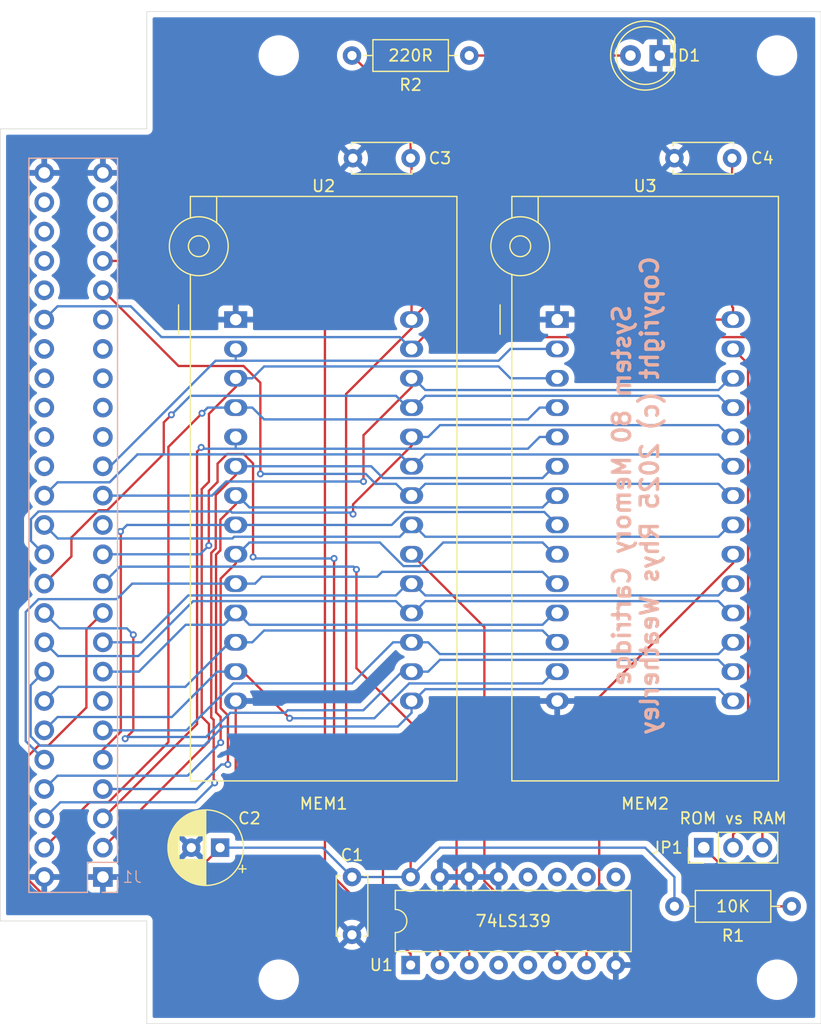
<source format=kicad_pcb>
(kicad_pcb (version 20240108) (generator "pcbnew") (generator_version "8.0")
  (layers (0 "F.Cu" signal) (31 "B.Cu" signal) (34 "B.Paste" user) (35 "F.Paste" user) (36 "B.SilkS" user "B.Silkscreen") (37 "F.SilkS" user "F.Silkscreen") (38 "B.Mask" user) (39 "F.Mask" user) (44 "Edge.Cuts" user))
  (net 0 "")
  (net 1 "GND")
  (net 2 "+5V")
  (net 3 "Net-(D1-A)")
  (net 4 "D4")
  (net 5 "A7")
  (net 6 "~{RD}")
  (net 7 "A1")
  (net 8 "A5")
  (net 9 "D2")
  (net 11 "D3")
  (net 12 "A10")
  (net 15 "D0")
  (net 16 "~{MREQ}")
  (net 18 "A3")
  (net 19 "A4")
  (net 21 "D5")
  (net 24 "A11")
  (net 25 "A13")
  (net 27 "A12")
  (net 28 "A2")
  (net 29 "A8")
  (net 31 "A15")
  (net 32 "A9")
  (net 33 "A14")
  (net 34 "D6")
  (net 39 "D1")
  (net 41 "A0")
  (net 42 "A6")
  (net 44 "D7")
  (net 46 "~{WR}")
  (net 50 "Net-(JP1-A)")
  (net 51 "Net-(JP1-C)")
  (net 54 "~{MEM2_CS}")
  (net 57 "~{MEM1_CS}")
  (footprint "LED_THT:LED_D5.0mm" (layer "F.Cu") (at 153.67 46.99 180)
    (property "Reference" "D1")
    (property "Value" "Power")
  )
  (footprint "MountingHole:MountingHole_3mm" (layer "F.Cu") (at 120.65 127)
    (property "Reference" "H4" (hide yes))
    (property "Value" "3mm" (hide yes))
  )
  (footprint "Capacitor_THT:C_Disc_D5.0mm_W2.5mm_P5.00mm" (layer "F.Cu") (at 127 118.11 -90)
    (property "Reference" "C1")
    (property "Value" "100nF")
  )
  (footprint "Socket:DIP_Socket-28_W11.9_W12.7_W15.24_W17.78_W18.5_3M_228-1277-00-0602J" (layer "F.Cu") (at 144.78 69.85)
    (property "Reference" "U3")
    (property "Value" "MEM2")
  )
  (footprint "MountingHole:MountingHole_3mm" (layer "F.Cu") (at 163.83 46.99)
    (property "Reference" "H2" (hide yes))
    (property "Value" "3mm" (hide yes))
  )
  (footprint "Package_DIP:DIP-16_W7.62mm" (layer "F.Cu") (at 132.08 125.73 90)
    (property "Reference" "U1")
    (property "Value" "74LS139")
  )
  (footprint "Resistor_THT:R_Axial_DIN0207_L6.3mm_D2.5mm_P10.16mm_Horizontal" (layer "F.Cu") (at 127 46.99)
    (property "Reference" "R2")
    (property "Value" "220R")
  )
  (footprint "Socket:DIP_Socket-28_W11.9_W12.7_W15.24_W17.78_W18.5_3M_228-1277-00-0602J" (layer "F.Cu") (at 116.92 69.85)
    (property "Reference" "U2")
    (property "Value" "MEM1")
  )
  (footprint "Connector_PinHeader_2.54mm:PinHeader_1x03_P2.54mm_Vertical" (layer "F.Cu") (at 157.48 115.57 90)
    (property "Reference" "JP1")
    (property "Value" "ROM vs RAM")
  )
  (footprint "Capacitor_THT:CP_Radial_D6.3mm_P2.50mm" (layer "F.Cu") (at 115.57 115.57 180)
    (property "Reference" "C2")
    (property "Value" "47uF")
  )
  (footprint "MountingHole:MountingHole_3mm" (layer "F.Cu") (at 120.65 46.99)
    (property "Reference" "H1" (hide yes))
    (property "Value" "3mm" (hide yes))
  )
  (footprint "Capacitor_THT:C_Disc_D5.0mm_W2.5mm_P5.00mm" (layer "F.Cu") (at 159.94 55.88 180)
    (property "Reference" "C4")
    (property "Value" "100nF")
  )
  (footprint "Capacitor_THT:C_Disc_D5.0mm_W2.5mm_P5.00mm" (layer "F.Cu") (at 132.08 55.88 180)
    (property "Reference" "C3")
    (property "Value" "100nF")
  )
  (footprint "Resistor_THT:R_Axial_DIN0207_L6.3mm_D2.5mm_P10.16mm_Horizontal" (layer "F.Cu") (at 165.1 120.65 180)
    (property "Reference" "R1")
    (property "Value" "10K")
  )
  (footprint "MountingHole:MountingHole_3mm" (layer "F.Cu") (at 163.83 127)
    (property "Reference" "H3" (hide yes))
    (property "Value" "3mm" (hide yes))
  )
  (footprint "EdgeConnectors:Edge_Connector_50pin" (layer "B.Cu") (at 100.33 120.65)
    (property "Reference" "J1")
    (property "Value" "Edge")
  )
  (gr_line (start 96.52 53.34) (end 96.52 121.92) (stroke (width 0.05)) (layer "Edge.Cuts"))
  (gr_line (start 109.22 53.34) (end 109.22 43.18) (stroke (width 0.05)) (layer "Edge.Cuts"))
  (gr_line (start 109.22 121.92) (end 109.22 130.81) (stroke (width 0.05)) (layer "Edge.Cuts"))
  (gr_line (start 109.22 43.18) (end 167.64 43.18) (stroke (width 0.05)) (layer "Edge.Cuts"))
  (gr_line (start 167.64 130.81) (end 167.64 43.18) (stroke (width 0.05)) (layer "Edge.Cuts"))
  (gr_line (start 109.22 53.34) (end 96.52 53.34) (stroke (width 0.05)) (layer "Edge.Cuts"))
  (gr_line (start 109.22 130.81) (end 167.64 130.81) (stroke (width 0.05)) (layer "Edge.Cuts"))
  (gr_line (start 96.52 121.92) (end 109.22 121.92) (stroke (width 0.05)) (layer "Edge.Cuts"))
  (gr_text "System 80 Memory Cartridge\nCopyright (c) 2025 Rhys Weatherley" (at 153.67 85.09 90) (layer "B.SilkS") (effects (font (size 1.5 1.5) (thickness 0.3) (bold yes)) (justify bottom mirror)))
  (segment (start 113.07 115.57) (end 116.92 111.72) (width 0.2) (layer "F.Cu") (net 1))
  (segment (start 116.92 111.72) (end 116.92 102.87) (width 0.2) (layer "F.Cu") (net 1))
  (segment (start 110.53 118.11) (end 110.49 118.11) (width 0.2) (layer "B.Cu") (net 1))
  (segment (start 105.41 118.11) (end 106.0637 118.11) (width 0.2) (layer "B.Cu") (net 1))
  (segment (start 139.7 118.11) (end 139.7 118.6608) (width 0.2) (layer "B.Cu") (net 1))
  (segment (start 154.94 55.88) (end 153.8038 54.7438) (width 0.2) (layer "B.Cu") (net 1))
  (segment (start 132.08 116.4404) (end 132.08 118.11) (width 0.2) (layer "F.Cu") (net 2))
  (segment (start 103.9828 103.4334) (end 100.6926 106.7236) (width 0.2) (layer "F.Cu") (net 2))
  (segment (start 126.4883 76.288) (end 126.4883 110.8487) (width 0.2) (layer "F.Cu") (net 2))
  (segment (start 103.9828 96.6772) (end 103.9828 103.4334) (width 0.2) (layer "F.Cu") (net 2))
  (segment (start 106.68 120.65) (end 110.49 120.65) (width 0.2) (layer "F.Cu") (net 2))
  (segment (start 97.9609 114.8076) (end 97.9609 117.367246) (width 0.2) (layer "F.Cu") (net 2))
  (segment (start 152.4 69.85) (end 160.02 69.85) (width 0.2) (layer "F.Cu") (net 2))
  (segment (start 101.243654 120.65) (end 106.68 120.65) (width 0.2) (layer "F.Cu") (net 2))
  (segment (start 126.4883 110.8487) (end 132.08 116.4404) (width 0.2) (layer "F.Cu") (net 2))
  (segment (start 105.41 95.25) (end 103.9828 96.6772) (width 0.2) (layer "F.Cu") (net 2))
  (segment (start 159.94 68.7483) (end 159.94 55.88) (width 0.2) (layer "F.Cu") (net 2))
  (segment (start 132.16 55.96) (end 132.08 55.88) (width 0.2) (layer "F.Cu") (net 2))
  (segment (start 134.7 67.31) (end 149.86 67.31) (width 0.2) (layer "F.Cu") (net 2))
  (segment (start 100.6926 106.7236) (end 99.8416 106.7236) (width 0.2) (layer "F.Cu") (net 2))
  (segment (start 160.02 69.85) (end 160.02 68.8283) (width 0.2) (layer "F.Cu") (net 2))
  (segment (start 132.16 70.6163) (end 126.4883 76.288) (width 0.2) (layer "F.Cu") (net 2))
  (segment (start 132.08 52.07) (end 127 46.99) (width 0.2) (layer "F.Cu") (net 2))
  (segment (start 97.9609 117.367246) (end 101.243654 120.65) (width 0.2) (layer "F.Cu") (net 2))
  (segment (start 132.08 55.88) (end 132.08 52.07) (width 0.2) (layer "F.Cu") (net 2))
  (segment (start 99.8416 106.7236) (end 97.9609 108.6043) (width 0.2) (layer "F.Cu") (net 2))
  (segment (start 132.16 69.85) (end 132.16 70.6163) (width 0.2) (layer "F.Cu") (net 2))
  (segment (start 97.9609 108.6043) (end 97.9609 114.8076) (width 0.2) (layer "F.Cu") (net 2))
  (segment (start 132.16 69.85) (end 134.7 67.31) (width 0.2) (layer "F.Cu") (net 2))
  (segment (start 132.16 69.85) (end 132.16 55.96) (width 0.2) (layer "F.Cu") (net 2))
  (segment (start 115.57 115.57) (end 110.49 120.65) (width 0.2) (layer "F.Cu") (net 2))
  (segment (start 160.02 68.8283) (end 159.94 68.7483) (width 0.2) (layer "F.Cu") (net 2))
  (segment (start 149.86 67.31) (end 152.4 69.85) (width 0.2) (layer "F.Cu") (net 2))
  (segment (start 132.08 118.11) (end 130.9783 118.11) (width 0.2) (layer "B.Cu") (net 2))
  (segment (start 115.57 115.57) (end 124.46 115.57) (width 0.2) (layer "B.Cu") (net 2))
  (segment (start 154.94 120.65) (end 154.94 118.11) (width 0.2) (layer "B.Cu") (net 2))
  (segment (start 124.46 115.57) (end 127 118.11) (width 0.2) (layer "B.Cu") (net 2))
  (segment (start 152.4 115.57) (end 134.62 115.57) (width 0.2) (layer "B.Cu") (net 2))
  (segment (start 127 118.11) (end 130.9783 118.11) (width 0.2) (layer "B.Cu") (net 2))
  (segment (start 154.94 118.11) (end 152.4 115.57) (width 0.2) (layer "B.Cu") (net 2))
  (segment (start 134.62 115.57) (end 132.08 118.11) (width 0.2) (layer "B.Cu") (net 2))
  (segment (start 151.13 46.99) (end 137.16 46.99) (width 0.2) (layer "F.Cu") (net 3))
  (segment (start 108.0476 105.4273) (end 108.0476 97.14) (width 0.2) (layer "F.Cu") (net 4))
  (segment (start 107.3408 106.1341) (end 108.0476 105.4273) (width 0.2) (layer "F.Cu") (net 4))
  (via (at 108.0476 97.14) (size 0.6) (drill 0.3) (layers "F.Cu" "B.Cu") (net 4))
  (via (at 107.3408 106.1341) (size 0.6) (drill 0.3) (layers "F.Cu" "B.Cu") (net 4))
  (segment (start 121.4304 103.6745) (end 121.2132 103.8917) (width 0.2) (layer "B.Cu") (net 4))
  (segment (start 132.16 100.33) (end 131.3303 100.33) (width 0.2) (layer "B.Cu") (net 4))
  (segment (start 159.7717 100.33) (end 158.75 99.3083) (width 0.2) (layer "B.Cu") (net 4))
  (segment (start 116.448 103.8917) (end 114.3547 105.985) (width 0.2) (layer "B.Cu") (net 4))
  (segment (start 107.488 96.5804) (end 108.0476 97.14) (width 0.2) (layer "B.Cu") (net 4))
  (segment (start 114.3547 105.985) (end 107.4899 105.985) (width 0.2) (layer "B.Cu") (net 4))
  (segment (start 100.33 95.25) (end 101.6604 96.5804) (width 0.2) (layer "B.Cu") (net 4))
  (segment (start 131.3303 100.33) (end 127.9858 103.6745) (width 0.2) (layer "B.Cu") (net 4))
  (segment (start 160.02 100.33) (end 159.7717 100.33) (width 0.2) (layer "B.Cu") (net 4))
  (segment (start 121.2132 103.8917) (end 116.448 103.8917) (width 0.2) (layer "B.Cu") (net 4))
  (segment (start 132.16 100.33) (end 133.5983 100.33) (width 0.2) (layer "B.Cu") (net 4))
  (segment (start 101.6604 96.5804) (end 107.488 96.5804) (width 0.2) (layer "B.Cu") (net 4))
  (segment (start 127.9858 103.6745) (end 121.4304 103.6745) (width 0.2) (layer "B.Cu") (net 4))
  (segment (start 158.75 99.3083) (end 134.62 99.3083) (width 0.2) (layer "B.Cu") (net 4))
  (segment (start 133.5983 100.33) (end 134.62 99.3083) (width 0.2) (layer "B.Cu") (net 4))
  (segment (start 107.4899 105.985) (end 107.3408 106.1341) (width 0.2) (layer "B.Cu") (net 4))
  (segment (start 114.6014 106.3786) (end 114.6014 104.8601) (width 0.2) (layer "F.Cu") (net 5))
  (segment (start 105.41 115.57) (end 114.6014 106.3786) (width 0.2) (layer "F.Cu") (net 5))
  (segment (start 114.6014 78.0065) (end 114.6014 83.8939) (width 0.2) (layer "F.Cu") (net 5))
  (segment (start 114.6014 83.8939) (end 113.9745 84.5208) (width 0.2) (layer "F.Cu") (net 5))
  (segment (start 116.92 74.93) (end 116.92 75.6879) (width 0.2) (layer "F.Cu") (net 5))
  (segment (start 114.6014 104.8601) (end 113.9745 104.2332) (width 0.2) (layer "F.Cu") (net 5))
  (segment (start 113.9745 84.5208) (end 113.9745 104.2332) (width 0.2) (layer "F.Cu") (net 5))
  (segment (start 116.92 75.6879) (end 114.6014 78.0065) (width 0.2) (layer "F.Cu") (net 5))
  (segment (start 118.3583 74.93) (end 119.38 73.9083) (width 0.2) (layer "B.Cu") (net 5))
  (segment (start 116.92 74.93) (end 118.3583 74.93) (width 0.2) (layer "B.Cu") (net 5))
  (segment (start 119.38 73.9083) (end 139.7 73.9083) (width 0.2) (layer "B.Cu") (net 5))
  (segment (start 144.78 74.93) (end 140.7217 74.93) (width 0.2) (layer "B.Cu") (net 5))
  (segment (start 140.7217 74.93) (end 139.7 73.9083) (width 0.2) (layer "B.Cu") (net 5))
  (segment (start 117.6026 73.8677) (end 119.0568 75.3219) (width 0.2) (layer "F.Cu") (net 6))
  (segment (start 119.0568 75.3219) (end 119.0568 83.2096) (width 0.2) (layer "F.Cu") (net 6))
  (segment (start 111.9677 73.8677) (end 117.6026 73.8677) (width 0.2) (layer "F.Cu") (net 6))
  (segment (start 105.41 67.31) (end 111.9677 73.8677) (width 0.2) (layer "F.Cu") (net 6))
  (via (at 119.0568 83.2096) (size 0.6) (drill 0.3) (layers "F.Cu" "B.Cu") (net 6))
  (segment (start 129.0472 84.069) (end 128.1878 83.2096) (width 0.2) (layer "B.Cu") (net 6))
  (segment (start 132.16 85.09) (end 132.3283 85.09) (width 0.2) (layer "B.Cu") (net 6))
  (segment (start 159.7717 85.09) (end 158.75 84.0683) (width 0.2) (layer "B.Cu") (net 6))
  (segment (start 160.02 85.09) (end 159.7717 85.09) (width 0.2) (layer "B.Cu") (net 6))
  (segment (start 128.1878 83.2096) (end 119.0568 83.2096) (width 0.2) (layer "B.Cu") (net 6))
  (segment (start 132.3283 85.09) (end 133.35 84.0683) (width 0.2) (layer "B.Cu") (net 6))
  (segment (start 130.81 84.069) (end 129.0472 84.069) (width 0.2) (layer "B.Cu") (net 6))
  (segment (start 158.75 84.0683) (end 133.35 84.0683) (width 0.2) (layer "B.Cu") (net 6))
  (segment (start 132.16 85.09) (end 131.831 85.09) (width 0.2) (layer "B.Cu") (net 6))
  (segment (start 131.831 85.09) (end 130.81 84.069) (width 0.2) (layer "B.Cu") (net 6))
  (segment (start 116.244 104.1157) (end 116.244 108.367) (width 0.2) (layer "F.Cu") (net 7))
  (segment (start 115.6183 103.49) (end 116.244 104.1157) (width 0.2) (layer "F.Cu") (net 7))
  (segment (start 115.6183 92.2717) (end 115.6183 103.49) (width 0.2) (layer "F.Cu") (net 7))
  (segment (start 116.92 90.17) (end 116.92 90.97) (width 0.2) (layer "F.Cu") (net 7))
  (segment (start 116.92 90.97) (end 115.6183 92.2717) (width 0.2) (layer "F.Cu") (net 7))
  (via (at 116.244 108.367) (size 0.6) (drill 0.3) (layers "F.Cu" "B.Cu") (net 7))
  (segment (start 131.4568 91.1917) (end 129.4134 89.1483) (width 0.2) (layer "B.Cu") (net 7))
  (segment (start 115.6761 108.367) (end 113.5531 110.49) (width 0.2) (layer "B.Cu") (net 7))
  (segment (start 134.9065 89.1483) (end 134.9065 89.1484) (width 0.2) (layer "B.Cu") (net 7))
  (segment (start 113.5531 110.49) (end 105.41 110.49) (width 0.2) (layer "B.Cu") (net 7))
  (segment (start 134.9065 89.1484) (end 132.8632 91.1917) (width 0.2) (layer "B.Cu") (net 7))
  (segment (start 144.5317 90.17) (end 143.51 89.1483) (width 0.2) (layer "B.Cu") (net 7))
  (segment (start 117.0883 90.17) (end 118.11 89.1483) (width 0.2) (layer "B.Cu") (net 7))
  (segment (start 144.78 90.17) (end 144.5317 90.17) (width 0.2) (layer "B.Cu") (net 7))
  (segment (start 143.51 89.1483) (end 134.9065 89.1483) (width 0.2) (layer "B.Cu") (net 7))
  (segment (start 116.244 108.367) (end 115.6761 108.367) (width 0.2) (layer "B.Cu") (net 7))
  (segment (start 129.4134 89.1483) (end 118.11 89.1483) (width 0.2) (layer "B.Cu") (net 7))
  (segment (start 132.8632 91.1917) (end 131.4568 91.1917) (width 0.2) (layer "B.Cu") (net 7))
  (segment (start 116.92 90.17) (end 117.0883 90.17) (width 0.2) (layer "B.Cu") (net 7))
  (segment (start 113.5728 81.2754) (end 113.9288 80.9194) (width 0.2) (layer "F.Cu") (net 8))
  (segment (start 105.41 113.03) (end 113.5728 104.8672) (width 0.2) (layer "F.Cu") (net 8))
  (segment (start 113.5728 104.8672) (end 113.5728 81.2754) (width 0.2) (layer "F.Cu") (net 8))
  (via (at 113.9288 80.9194) (size 0.6) (drill 0.3) (layers "F.Cu" "B.Cu") (net 8))
  (segment (start 113.9288 80.9194) (end 114.0411 81.0317) (width 0.2) (layer "B.Cu") (net 8))
  (segment (start 144.78 80.01) (end 143.2617 80.01) (width 0.2) (layer "B.Cu") (net 8))
  (segment (start 114.0411 81.0317) (end 116.92 81.0317) (width 0.2) (layer "B.Cu") (net 8))
  (segment (start 142.24 81.0317) (end 116.92 81.0317) (width 0.2) (layer "B.Cu") (net 8))
  (segment (start 143.2617 80.01) (end 142.24 81.0317) (width 0.2) (layer "B.Cu") (net 8))
  (segment (start 116.92 80.01) (end 116.92 81.0317) (width 0.2) (layer "B.Cu") (net 8))
  (segment (start 117.5535 100.33) (end 121.5896 104.3661) (width 0.2) (layer "F.Cu") (net 9))
  (segment (start 116.92 100.33) (end 117.5535 100.33) (width 0.2) (layer "F.Cu") (net 9))
  (via (at 121.5896 104.3661) (size 0.6) (drill 0.3) (layers "F.Cu" "B.Cu") (net 9))
  (segment (start 144.5317 100.33) (end 143.51 101.3517) (width 0.2) (layer "B.Cu") (net 9))
  (segment (start 116.92 100.33) (end 115.318 100.33) (width 0.2) (layer "B.Cu") (net 9))
  (segment (start 143.51 101.3517) (end 131.9534 101.3517) (width 0.2) (layer "B.Cu") (net 9))
  (segment (start 144.78 100.33) (end 144.5317 100.33) (width 0.2) (layer "B.Cu") (net 9))
  (segment (start 111.3912 104.2568) (end 101.4832 104.2568) (width 0.2) (layer "B.Cu") (net 9))
  (segment (start 115.318 100.33) (end 111.3912 104.2568) (width 0.2) (layer "B.Cu") (net 9))
  (segment (start 128.939 104.3661) (end 121.5896 104.3661) (width 0.2) (layer "B.Cu") (net 9))
  (segment (start 101.4832 104.2568) (end 100.33 105.41) (width 0.2) (layer "B.Cu") (net 9))
  (segment (start 131.9534 101.3517) (end 128.939 104.3661) (width 0.2) (layer "B.Cu") (net 9))
  (segment (start 99.1523 101.5077) (end 99.1523 105.9386) (width 0.2) (layer "B.Cu") (net 11))
  (segment (start 100.33 100.33) (end 99.1523 101.5077) (width 0.2) (layer "B.Cu") (net 11))
  (segment (start 99.1523 105.9386) (end 99.9507 106.737) (width 0.2) (layer "B.Cu") (net 11))
  (segment (start 133.35 101.8483) (end 158.75 101.8483) (width 0.2) (layer "B.Cu") (net 11))
  (segment (start 115.8279 105.0798) (end 130.9719 105.0798) (width 0.2) (layer "B.Cu") (net 11))
  (segment (start 130.9719 105.0798) (end 132.16 103.8917) (width 0.2) (layer "B.Cu") (net 11))
  (segment (start 132.16 102.87) (end 132.3283 102.87) (width 0.2) (layer "B.Cu") (net 11))
  (segment (start 99.9507 106.737) (end 114.1707 106.737) (width 0.2) (layer "B.Cu") (net 11))
  (segment (start 114.1707 106.737) (end 115.8279 105.0798) (width 0.2) (layer "B.Cu") (net 11))
  (segment (start 132.3283 102.87) (end 133.35 101.8483) (width 0.2) (layer "B.Cu") (net 11))
  (segment (start 160.02 102.87) (end 159.7717 102.87) (width 0.2) (layer "B.Cu") (net 11))
  (segment (start 159.7717 102.87) (end 158.75 101.8483) (width 0.2) (layer "B.Cu") (net 11))
  (segment (start 132.16 103.8917) (end 132.16 102.87) (width 0.2) (layer "B.Cu") (net 11))
  (segment (start 160.02 87.63) (end 159.7717 87.63) (width 0.2) (layer "B.Cu") (net 12))
  (segment (start 116.7847 88.6517) (end 130.81 88.6517) (width 0.2) (layer "B.Cu") (net 12))
  (segment (start 101.5021 88.8021) (end 116.6343 88.8021) (width 0.2) (layer "B.Cu") (net 12))
  (segment (start 116.6343 88.8021) (end 116.7847 88.6517) (width 0.2) (layer "B.Cu") (net 12))
  (segment (start 100.33 87.63) (end 101.5021 88.8021) (width 0.2) (layer "B.Cu") (net 12))
  (segment (start 132.16 87.63) (end 132.3283 87.63) (width 0.2) (layer "B.Cu") (net 12))
  (segment (start 159.7717 87.63) (end 158.75 88.6517) (width 0.2) (layer "B.Cu") (net 12))
  (segment (start 132.3283 87.63) (end 133.35 88.6517) (width 0.2) (layer "B.Cu") (net 12))
  (segment (start 131.1383 88.6517) (end 130.81 88.6517) (width 0.2) (layer "B.Cu") (net 12))
  (segment (start 158.75 88.6517) (end 133.35 88.6517) (width 0.2) (layer "B.Cu") (net 12))
  (segment (start 132.16 87.63) (end 131.1383 88.6517) (width 0.2) (layer "B.Cu") (net 12))
  (segment (start 144.5317 95.25) (end 143.51 96.2717) (width 0.2) (layer "B.Cu") (net 15))
  (segment (start 116.92 95.25) (end 117.0883 95.25) (width 0.2) (layer "B.Cu") (net 15))
  (segment (start 112.5833 96.2717) (end 115.57 96.2717) (width 0.2) (layer "B.Cu") (net 15))
  (segment (start 144.78 95.25) (end 144.5317 95.25) (width 0.2) (layer "B.Cu") (net 15))
  (segment (start 143.51 96.2717) (end 118.11 96.2717) (width 0.2) (layer "B.Cu") (net 15))
  (segment (start 106.5617 100.33) (end 108.525 100.33) (width 0.2) (layer "B.Cu") (net 15))
  (segment (start 117.0883 95.25) (end 118.11 96.2717) (width 0.2) (layer "B.Cu") (net 15))
  (segment (start 105.41 100.33) (end 106.5617 100.33) (width 0.2) (layer "B.Cu") (net 15))
  (segment (start 115.8983 96.2717) (end 115.57 96.2717) (width 0.2) (layer "B.Cu") (net 15))
  (segment (start 108.525 100.33) (end 112.5833 96.2717) (width 0.2) (layer "B.Cu") (net 15))
  (segment (start 116.92 95.25) (end 115.8983 96.2717) (width 0.2) (layer "B.Cu") (net 15))
  (segment (start 132.08 124.766) (end 132.08 125.73) (width 0.2) (layer "F.Cu") (net 16))
  (segment (start 105.41 64.77) (end 122.1112 64.77) (width 0.2) (layer "F.Cu") (net 16))
  (segment (start 122.1112 64.77) (end 124.6512 67.31) (width 0.2) (layer "F.Cu") (net 16))
  (segment (start 124.6512 67.31) (end 124.6512 117.3372) (width 0.2) (layer "F.Cu") (net 16))
  (segment (start 124.6512 117.3372) (end 132.08 124.766) (width 0.2) (layer "F.Cu") (net 16))
  (segment (start 116.92 85.8563) (end 115.5923 87.184) (width 0.2) (layer "F.Cu") (net 18))
  (segment (start 115.5923 89.8276) (end 115.2166 90.2033) (width 0.2) (layer "F.Cu") (net 18))
  (segment (start 115.2166 90.2033) (end 115.2166 103.8565) (width 0.2) (layer "F.Cu") (net 18))
  (segment (start 115.5923 87.184) (end 115.5923 89.8276) (width 0.2) (layer "F.Cu") (net 18))
  (segment (start 115.6168 106.4695) (end 115.6195 106.4722) (width 0.2) (layer "F.Cu") (net 18))
  (segment (start 115.6168 104.2567) (end 115.6168 106.4695) (width 0.2) (layer "F.Cu") (net 18))
  (segment (start 115.6168 104.2567) (end 115.2166 103.8565) (width 0.2) (layer "F.Cu") (net 18))
  (segment (start 116.92 85.09) (end 116.92 85.8563) (width 0.2) (layer "F.Cu") (net 18))
  (via (at 115.6195 106.4722) (size 0.6) (drill 0.3) (layers "F.Cu" "B.Cu") (net 18))
  (segment (start 117.0883 85.09) (end 118.11 86.1117) (width 0.2) (layer "B.Cu") (net 18))
  (segment (start 144.5317 85.09) (end 143.51 86.1117) (width 0.2) (layer "B.Cu") (net 18))
  (segment (start 116.92 85.09) (end 117.0883 85.09) (width 0.2) (layer "B.Cu") (net 18))
  (segment (start 100.33 110.49) (end 101.4817 109.3383) (width 0.2) (layer "B.Cu") (net 18))
  (segment (start 126.8409 86.0899) (end 126.8191 86.1117) (width 0.2) (layer "B.Cu") (net 18))
  (segment (start 126.8191 86.1117) (end 118.11 86.1117) (width 0.2) (layer "B.Cu") (net 18))
  (segment (start 112.7534 109.3383) (end 115.6195 106.4722) (width 0.2) (layer "B.Cu") (net 18))
  (segment (start 143.51 86.1117) (end 127.361 86.1117) (width 0.2) (layer "B.Cu") (net 18))
  (segment (start 127.361 86.1117) (end 127.3392 86.0899) (width 0.2) (layer "B.Cu") (net 18))
  (segment (start 144.78 85.09) (end 144.5317 85.09) (width 0.2) (layer "B.Cu") (net 18))
  (segment (start 101.4817 109.3383) (end 112.7534 109.3383) (width 0.2) (layer "B.Cu") (net 18))
  (segment (start 127.3392 86.0899) (end 126.8409 86.0899) (width 0.2) (layer "B.Cu") (net 18))
  (segment (start 114.8015 104.292) (end 115.0104 104.5009) (width 0.2) (layer "F.Cu") (net 19))
  (segment (start 114.8015 90.0503) (end 114.8015 104.292) (width 0.2) (layer "F.Cu") (net 19))
  (segment (start 114.838 90.0138) (end 114.8015 90.0503) (width 0.2) (layer "F.Cu") (net 19))
  (segment (start 116.92 83.3163) (end 115.1906 85.0457) (width 0.2) (layer "F.Cu") (net 19))
  (segment (start 115.1906 85.0457) (end 115.1906 89.6613) (width 0.2) (layer "F.Cu") (net 19))
  (segment (start 115.0104 104.5009) (end 115.0104 109.871) (width 0.2) (layer "F.Cu") (net 19))
  (segment (start 115.1906 89.6613) (end 114.8381 90.0138) (width 0.2) (layer "F.Cu") (net 19))
  (segment (start 116.92 82.55) (end 116.92 83.3163) (width 0.2) (layer "F.Cu") (net 19))
  (segment (start 115.0104 109.871) (end 115.0983 109.9589) (width 0.2) (layer "F.Cu") (net 19))
  (segment (start 114.8381 90.0138) (end 114.838 90.0138) (width 0.2) (layer "F.Cu") (net 19))
  (via (at 115.0983 109.9589) (size 0.6) (drill 0.3) (layers "F.Cu" "B.Cu") (net 19))
  (segment (start 113.4155 111.6417) (end 115.0983 109.9589) (width 0.2) (layer "B.Cu") (net 19))
  (segment (start 129.6839 83.5717) (end 128.6622 82.55) (width 0.2) (layer "B.Cu") (net 19))
  (segment (start 101.7183 111.6417) (end 113.4155 111.6417) (width 0.2) (layer "B.Cu") (net 19))
  (segment (start 144.5317 82.55) (end 143.51 83.5717) (width 0.2) (layer "B.Cu") (net 19))
  (segment (start 144.78 82.55) (end 144.5317 82.55) (width 0.2) (layer "B.Cu") (net 19))
  (segment (start 128.6622 82.55) (end 116.92 82.55) (width 0.2) (layer "B.Cu") (net 19))
  (segment (start 100.33 113.03) (end 101.7183 111.6417) (width 0.2) (layer "B.Cu") (net 19))
  (segment (start 143.51 83.5717) (end 129.6839 83.5717) (width 0.2) (layer "B.Cu") (net 19))
  (segment (start 133.5983 97.79) (end 134.62 98.8117) (width 0.2) (layer "B.Cu") (net 21))
  (segment (start 132.16 97.79) (end 133.5983 97.79) (width 0.2) (layer "B.Cu") (net 21))
  (segment (start 132.16 97.79) (end 132.16 98.3008) (width 0.2) (layer "B.Cu") (net 21))
  (segment (start 130.5617 97.79) (end 127 101.3517) (width 0.2) (layer "B.Cu") (net 21))
  (segment (start 116.7134 101.3517) (end 112.6551 105.41) (width 0.2) (layer "B.Cu") (net 21))
  (segment (start 112.6551 105.41) (end 105.41 105.41) (width 0.2) (layer "B.Cu") (net 21))
  (segment (start 160.02 97.79) (end 159.7717 97.79) (width 0.2) (layer "B.Cu") (net 21))
  (segment (start 132.16 97.79) (end 130.5617 97.79) (width 0.2) (layer "B.Cu") (net 21))
  (segment (start 159.7717 97.79) (end 158.75 98.8117) (width 0.2) (layer "B.Cu") (net 21))
  (segment (start 158.75 98.8117) (end 134.62 98.8117) (width 0.2) (layer "B.Cu") (net 21))
  (segment (start 127 101.3517) (end 116.7134 101.3517) (width 0.2) (layer "B.Cu") (net 21))
  (segment (start 160.02 82.55) (end 159.7717 82.55) (width 0.2) (layer "B.Cu") (net 24))
  (segment (start 132.16 82.55) (end 132.3283 82.55) (width 0.2) (layer "B.Cu") (net 24))
  (segment (start 105.9937 83.9383) (end 108.4109 81.5211) (width 0.2) (layer "B.Cu") (net 24))
  (segment (start 132.3283 82.55) (end 133.35 81.5283) (width 0.2) (layer "B.Cu") (net 24))
  (segment (start 131.1311 81.5211) (end 130.81 81.5211) (width 0.2) (layer "B.Cu") (net 24))
  (segment (start 101.4817 83.9383) (end 105.9937 83.9383) (width 0.2) (layer "B.Cu") (net 24))
  (segment (start 159.7717 82.55) (end 158.75 81.5283) (width 0.2) (layer "B.Cu") (net 24))
  (segment (start 108.4109 81.5211) (end 130.81 81.5211) (width 0.2) (layer "B.Cu") (net 24))
  (segment (start 133.35 81.5283) (end 158.75 81.5283) (width 0.2) (layer "B.Cu") (net 24))
  (segment (start 100.33 85.09) (end 101.4817 83.9383) (width 0.2) (layer "B.Cu") (net 24))
  (segment (start 132.16 82.55) (end 131.1311 81.5211) (width 0.2) (layer "B.Cu") (net 24))
  (segment (start 127.9945 79.8618) (end 127.9945 83.8693) (width 0.2) (layer "F.Cu") (net 25))
  (segment (start 132.16 75.6963) (end 127.9945 79.8618) (width 0.2) (layer "F.Cu") (net 25))
  (segment (start 127.9945 83.8693) (end 127.9944 83.8693) (width 0.2) (layer "F.Cu") (net 25))
  (segment (start 132.16 74.93) (end 132.16 75.6963) (width 0.2) (layer "F.Cu") (net 25))
  (via (at 127.9944 83.8693) (size 0.6) (drill 0.3) (layers "F.Cu" "B.Cu") (net 25))
  (segment (start 132.3283 74.93) (end 133.35 75.9517) (width 0.2) (layer "B.Cu") (net 25))
  (segment (start 159.7717 74.93) (end 158.75 75.9517) (width 0.2) (layer "B.Cu") (net 25))
  (segment (start 114.8683 85.09) (end 105.41 85.09) (width 0.2) (layer "B.Cu") (net 25))
  (segment (start 160.02 74.93) (end 159.7717 74.93) (width 0.2) (layer "B.Cu") (net 25))
  (segment (start 133.35 75.9517) (end 158.75 75.9517) (width 0.2) (layer "B.Cu") (net 25))
  (segment (start 127.9944 83.8693) (end 116.089 83.8693) (width 0.2) (layer "B.Cu") (net 25))
  (segment (start 116.089 83.8693) (end 114.8683 85.09) (width 0.2) (layer "B.Cu") (net 25))
  (segment (start 132.16 74.93) (end 132.3283 74.93) (width 0.2) (layer "B.Cu") (net 25))
  (segment (start 115.178 73.4117) (end 116.92 73.4117) (width 0.2) (layer "B.Cu") (net 27))
  (segment (start 106.0397 82.55) (end 115.178 73.4117) (width 0.2) (layer "B.Cu") (net 27))
  (segment (start 105.41 82.55) (end 106.0397 82.55) (width 0.2) (layer "B.Cu") (net 27))
  (segment (start 144.78 72.39) (end 140.7217 72.39) (width 0.2) (layer "B.Cu") (net 27))
  (segment (start 139.7 73.4117) (end 116.92 73.4117) (width 0.2) (layer "B.Cu") (net 27))
  (segment (start 140.7217 72.39) (end 139.7 73.4117) (width 0.2) (layer "B.Cu") (net 27))
  (segment (start 116.92 72.39) (end 116.92 73.4117) (width 0.2) (layer "B.Cu") (net 27))
  (segment (start 106.9634 88.2225) (end 106.9363 88.1954) (width 0.2) (layer "F.Cu") (net 28))
  (segment (start 106.9634 105.5329) (end 106.9634 88.2225) (width 0.2) (layer "F.Cu") (net 28))
  (segment (start 105.41 107.95) (end 105.41 107.0863) (width 0.2) (layer "F.Cu") (net 28))
  (segment (start 105.41 107.0863) (end 106.9634 105.5329) (width 0.2) (layer "F.Cu") (net 28))
  (via (at 106.9363 88.1954) (size 0.6) (drill 0.3) (layers "F.Cu" "B.Cu") (net 28))
  (segment (start 116.2692 87.63) (end 116.92 87.63) (width 0.2) (layer "B.Cu") (net 28))
  (segment (start 107.5017 87.63) (end 115.6183 87.63) (width 0.2) (layer "B.Cu") (net 28))
  (segment (start 143.6617 86.5117) (end 144.78 87.63) (width 0.2) (layer "B.Cu") (net 28))
  (segment (start 116.92 87.63) (end 130.437502 87.63) (width 0.2) (layer "B.Cu") (net 28))
  (segment (start 106.9363 88.1954) (end 107.5017 87.63) (width 0.2) (layer "B.Cu") (net 28))
  (segment (start 130.437502 87.63) (end 131.555802 86.5117) (width 0.2) (layer "B.Cu") (net 28))
  (segment (start 131.555802 86.5117) (end 143.6617 86.5117) (width 0.2) (layer "B.Cu") (net 28))
  (segment (start 116.2692 87.63) (end 115.6183 87.63) (width 0.2) (layer "B.Cu") (net 28))
  (segment (start 105.7997 86.36) (end 105.0393 86.36) (width 0.2) (layer "F.Cu") (net 29))
  (segment (start 111.3475 78.093) (end 110.6865 78.754) (width 0.2) (layer "F.Cu") (net 29))
  (segment (start 100.33 92.71) (end 102.68465 90.35535) (width 0.2) (layer "F.Cu") (net 29))
  (segment (start 102.68465 90.35535) (end 102.68465 88.71465) (width 0.2) (layer "F.Cu") (net 29))
  (segment (start 110.6865 81.4732) (end 105.7997 86.36) (width 0.2) (layer "F.Cu") (net 29))
  (segment (start 110.6865 78.754) (end 110.6865 81.4732) (width 0.2) (layer "F.Cu") (net 29))
  (segment (start 105.0393 86.36) (end 102.68465 88.71465) (width 0.2) (layer "F.Cu") (net 29))
  (via (at 111.3475 78.093) (size 0.6) (drill 0.3) (layers "F.Cu" "B.Cu") (net 29))
  (segment (start 159.7717 77.47) (end 158.75 76.4483) (width 0.2) (layer "B.Cu") (net 29))
  (segment (start 112.9922 76.4483) (end 130.81 76.4483) (width 0.2) (layer "B.Cu") (net 29))
  (segment (start 132.16 77.47) (end 131.8317 77.47) (width 0.2) (layer "B.Cu") (net 29))
  (segment (start 160.02 77.47) (end 159.7717 77.47) (width 0.2) (layer "B.Cu") (net 29))
  (segment (start 132.3283 77.47) (end 133.35 76.4483) (width 0.2) (layer "B.Cu") (net 29))
  (segment (start 132.16 77.47) (end 132.3283 77.47) (width 0.2) (layer "B.Cu") (net 29))
  (segment (start 133.35 76.4483) (end 158.75 76.4483) (width 0.2) (layer "B.Cu") (net 29))
  (segment (start 131.8317 77.47) (end 130.81 76.4483) (width 0.2) (layer "B.Cu") (net 29))
  (segment (start 111.3475 78.093) (end 112.9922 76.4483) (width 0.2) (layer "B.Cu") (net 29))
  (segment (start 137.16 124.6283) (end 136.0583 123.5266) (width 0.2) (layer "F.Cu") (net 31))
  (segment (start 136.0583 123.5266) (end 136.0583 108.7062) (width 0.2) (layer "F.Cu") (net 31))
  (segment (start 127.3819 100.0298) (end 127.3819 91.4861) (width 0.2) (layer "F.Cu") (net 31))
  (segment (start 136.0583 108.7062) (end 127.3819 100.0298) (width 0.2) (layer "F.Cu") (net 31))
  (segment (start 137.16 125.73) (end 137.16 124.6283) (width 0.2) (layer "F.Cu") (net 31))
  (via (at 127.3819 91.4861) (size 0.6) (drill 0.3) (layers "F.Cu" "B.Cu") (net 31))
  (segment (start 106.8809 91.2391) (end 127.1349 91.2391) (width 0.2) (layer "B.Cu") (net 31))
  (segment (start 105.41 92.71) (end 106.8809 91.2391) (width 0.2) (layer "B.Cu") (net 31))
  (segment (start 127.1349 91.2391) (end 127.3819 91.4861) (width 0.2) (layer "B.Cu") (net 31))
  (segment (start 127.09 85.8463) (end 127.09 86.6916) (width 0.2) (layer "F.Cu") (net 32))
  (segment (start 132.16 80.7763) (end 127.09 85.8463) (width 0.2) (layer "F.Cu") (net 32))
  (segment (start 132.16 80.01) (end 132.16 80.7763) (width 0.2) (layer "F.Cu") (net 32))
  (via (at 127.09 86.6916) (size 0.6) (drill 0.3) (layers "F.Cu" "B.Cu") (net 32))
  (segment (start 158.75 78.9883) (end 134.62 78.9883) (width 0.2) (layer "B.Cu") (net 32))
  (segment (start 116.6008 86.5608) (end 126.9592 86.5608) (width 0.2) (layer "B.Cu") (net 32))
  (segment (start 133.5983 80.01) (end 134.62 78.9883) (width 0.2) (layer "B.Cu") (net 32))
  (segment (start 99.18 87.1174) (end 99.837 86.4604) (width 0.2) (layer "B.Cu") (net 32))
  (segment (start 126.9592 86.5608) (end 127.09 86.6916) (width 0.2) (layer "B.Cu") (net 32))
  (segment (start 99.837 86.4604) (end 116.5004 86.4604) (width 0.2) (layer "B.Cu") (net 32))
  (segment (start 159.7717 80.01) (end 158.75 78.9883) (width 0.2) (layer "B.Cu") (net 32))
  (segment (start 132.16 80.01) (end 133.5983 80.01) (width 0.2) (layer "B.Cu") (net 32))
  (segment (start 116.5004 86.4604) (end 116.6008 86.5608) (width 0.2) (layer "B.Cu") (net 32))
  (segment (start 160.02 80.01) (end 159.7717 80.01) (width 0.2) (layer "B.Cu") (net 32))
  (segment (start 99.18 89.02) (end 99.18 87.1174) (width 0.2) (layer "B.Cu") (net 32))
  (segment (start 100.33 90.17) (end 99.18 89.02) (width 0.2) (layer "B.Cu") (net 32))
  (segment (start 117.6073 81.492) (end 118.4259 82.3106) (width 0.2) (layer "F.Cu") (net 33))
  (segment (start 115.3485 82.3192) (end 116.1757 81.492) (width 0.2) (layer "F.Cu") (net 33))
  (segment (start 114.5889 89.4121) (end 114.5889 84.6746) (width 0.2) (layer "F.Cu") (net 33))
  (segment (start 116.1757 81.492) (end 117.6073 81.492) (width 0.2) (layer "F.Cu") (net 33))
  (segment (start 115.3485 83.915) (end 115.3485 82.3192) (width 0.2) (layer "F.Cu") (net 33))
  (segment (start 134.62 125.73) (end 134.62 124.6283) (width 0.2) (layer "F.Cu") (net 33))
  (segment (start 129.6821 119.6904) (end 129.6821 114.7518) (width 0.2) (layer "F.Cu") (net 33))
  (segment (start 134.62 124.6283) (end 129.6821 119.6904) (width 0.2) (layer "F.Cu") (net 33))
  (segment (start 125.4441 110.5138) (end 125.4441 90.5306) (width 0.2) (layer "F.Cu") (net 33))
  (segment (start 114.5889 84.6746) (end 115.3485 83.915) (width 0.2) (layer "F.Cu") (net 33))
  (segment (start 118.4259 82.3106) (end 118.4259 90.4062) (width 0.2) (layer "F.Cu") (net 33))
  (segment (start 129.6821 114.7518) (end 125.4441 110.5138) (width 0.2) (layer "F.Cu") (net 33))
  (via (at 114.5889 89.4121) (size 0.6) (drill 0.3) (layers "F.Cu" "B.Cu") (net 33))
  (via (at 118.4259 90.4062) (size 0.6) (drill 0.3) (layers "F.Cu" "B.Cu") (net 33))
  (via (at 125.4441 90.5306) (size 0.6) (drill 0.3) (layers "F.Cu" "B.Cu") (net 33))
  (segment (start 118.5503 90.5306) (end 118.4259 90.4062) (width 0.2) (layer "B.Cu") (net 33))
  (segment (start 125.4441 90.5306) (end 118.5503 90.5306) (width 0.2) (layer "B.Cu") (net 33))
  (segment (start 105.41 90.17) (end 113.831 90.17) (width 0.2) (layer "B.Cu") (net 33))
  (segment (start 113.831 90.17) (end 114.5889 89.4121) (width 0.2) (layer "B.Cu") (net 33))
  (segment (start 131.8317 95.25) (end 130.81 94.2283) (width 0.2) (layer "B.Cu") (net 34))
  (segment (start 132.16 95.25) (end 132.3283 95.25) (width 0.2) (layer "B.Cu") (net 34))
  (segment (start 132.16 95.25) (end 131.8317 95.25) (width 0.2) (layer "B.Cu") (net 34))
  (segment (start 132.3283 95.25) (end 133.35 94.2283) (width 0.2) (layer "B.Cu") (net 34))
  (segment (start 160.02 95.25) (end 159.7717 95.25) (width 0.2) (layer "B.Cu") (net 34))
  (segment (start 108.4789 98.9806) (end 113.2312 94.2283) (width 0.2) (layer "B.Cu") (net 34))
  (segment (start 158.75 94.2283) (end 133.35 94.2283) (width 0.2) (layer "B.Cu") (net 34))
  (segment (start 100.33 97.79) (end 101.5206 98.9806) (width 0.2) (layer "B.Cu") (net 34))
  (segment (start 101.5206 98.9806) (end 108.4789 98.9806) (width 0.2) (layer "B.Cu") (net 34))
  (segment (start 113.2312 94.2283) (end 130.81 94.2283) (width 0.2) (layer "B.Cu") (net 34))
  (segment (start 159.7717 95.25) (end 158.75 94.2283) (width 0.2) (layer "B.Cu") (net 34))
  (segment (start 144.5317 97.79) (end 143.51 96.7683) (width 0.2) (layer "B.Cu") (net 39))
  (segment (start 119.38 96.7683) (end 143.51 96.7683) (width 0.2) (layer "B.Cu") (net 39))
  (segment (start 112.5544 101.6447) (end 116.92 97.2791) (width 0.2) (layer "B.Cu") (net 39))
  (segment (start 144.78 97.79) (end 144.5317 97.79) (width 0.2) (layer "B.Cu") (net 39))
  (segment (start 100.33 102.87) (end 101.5553 101.6447) (width 0.2) (layer "B.Cu") (net 39))
  (segment (start 118.3583 97.79) (end 119.38 96.7683) (width 0.2) (layer "B.Cu") (net 39))
  (segment (start 116.92 97.79) (end 118.3583 97.79) (width 0.2) (layer "B.Cu") (net 39))
  (segment (start 101.5553 101.6447) (end 112.5544 101.6447) (width 0.2) (layer "B.Cu") (net 39))
  (segment (start 116.92 97.79) (end 116.92 97.2791) (width 0.2) (layer "B.Cu") (net 39))
  (segment (start 129.1867 92.1134) (end 129.6118 91.6883) (width 0.2) (layer "B.Cu") (net 41))
  (segment (start 119.196 92.1134) (end 129.1867 92.1134) (width 0.2) (layer "B.Cu") (net 41))
  (segment (start 116.92 92.71) (end 107.9534 92.71) (width 0.2) (layer "B.Cu") (net 41))
  (segment (start 106.6098 94.0536) (end 99.8343 94.0536) (width 0.2) (layer "B.Cu") (net 41))
  (segment (start 129.6118 91.6883) (end 143.51 91.6883) (width 0.2) (layer "B.Cu") (net 41))
  (segment (start 144.78 92.71) (end 144.5317 92.71) (width 0.2) (layer "B.Cu") (net 41))
  (segment (start 107.9534 92.71) (end 106.6098 94.0536) (width 0.2) (layer "B.Cu") (net 41))
  (segment (start 118.5994 92.71) (end 119.196 92.1134) (width 0.2) (layer "B.Cu") (net 41))
  (segment (start 98.7245 106.3445) (end 100.33 107.95) (width 0.2) (layer "B.Cu") (net 41))
  (segment (start 99.8343 94.0536) (end 98.7245 95.1634) (width 0.2) (layer "B.Cu") (net 41))
  (segment (start 98.7245 95.1634) (end 98.7245 106.3445) (width 0.2) (layer "B.Cu") (net 41))
  (segment (start 116.92 92.71) (end 118.5994 92.71) (width 0.2) (layer "B.Cu") (net 41))
  (segment (start 144.5317 92.71) (end 143.51 91.6883) (width 0.2) (layer "B.Cu") (net 41))
  (segment (start 111.0882 80.8722) (end 113.9995 77.9609) (width 0.2) (layer "F.Cu") (net 42))
  (segment (start 104.26 111.64) (end 105.886346 111.64) (width 0.2) (layer "F.Cu") (net 42))
  (segment (start 105.886346 111.64) (end 111.0882 106.438146) (width 0.2) (layer "F.Cu") (net 42))
  (segment (start 111.0882 106.438146) (end 111.0882 80.8722) (width 0.2) (layer "F.Cu") (net 42))
  (segment (start 100.33 115.57) (end 104.26 111.64) (width 0.2) (layer "F.Cu") (net 42))
  (via (at 113.9995 77.9609) (size 0.6) (drill 0.3) (layers "F.Cu" "B.Cu") (net 42))
  (segment (start 143.2617 77.47) (end 142.24 78.4917) (width 0.2) (layer "B.Cu") (net 42))
  (segment (start 116.92 77.47) (end 118.3583 77.47) (width 0.2) (layer "B.Cu") (net 42))
  (segment (start 114.4904 77.47) (end 113.9995 77.9609) (width 0.2) (layer "B.Cu") (net 42))
  (segment (start 144.78 77.47) (end 143.2617 77.47) (width 0.2) (layer "B.Cu") (net 42))
  (segment (start 116.2692 77.47) (end 115.6183 77.47) (width 0.2) (layer "B.Cu") (net 42))
  (segment (start 118.3583 77.47) (end 119.38 78.4917) (width 0.2) (layer "B.Cu") (net 42))
  (segment (start 142.24 78.4917) (end 119.38 78.4917) (width 0.2) (layer "B.Cu") (net 42))
  (segment (start 116.2692 77.47) (end 116.92 77.47) (width 0.2) (layer "B.Cu") (net 42))
  (segment (start 115.6183 77.47) (end 114.4904 77.47) (width 0.2) (layer "B.Cu") (net 42))
  (segment (start 105.41 97.79) (end 108.748 97.79) (width 0.2) (layer "B.Cu") (net 44))
  (segment (start 132.16 92.71) (end 131.8317 92.71) (width 0.2) (layer "B.Cu") (net 44))
  (segment (start 132.3283 92.71) (end 133.35 93.7317) (width 0.2) (layer "B.Cu") (net 44))
  (segment (start 132.16 92.71) (end 132.3283 92.71) (width 0.2) (layer "B.Cu") (net 44))
  (segment (start 131.8317 92.71) (end 130.81 93.7317) (width 0.2) (layer "B.Cu") (net 44))
  (segment (start 158.75 93.7317) (end 133.35 93.7317) (width 0.2) (layer "B.Cu") (net 44))
  (segment (start 159.7717 92.71) (end 158.75 93.7317) (width 0.2) (layer "B.Cu") (net 44))
  (segment (start 160.02 92.71) (end 159.7717 92.71) (width 0.2) (layer "B.Cu") (net 44))
  (segment (start 108.748 97.79) (end 112.8063 93.7317) (width 0.2) (layer "B.Cu") (net 44))
  (segment (start 112.8063 93.7317) (end 130.81 93.7317) (width 0.2) (layer "B.Cu") (net 44))
  (segment (start 132.16 72.39) (end 133.18 71.37) (width 0.2) (layer "F.Cu") (net 46))
  (segment (start 162.56 72.39) (end 162.56 73.66) (width 0.2) (layer "F.Cu") (net 46))
  (segment (start 161.54 71.37) (end 162.56 72.39) (width 0.2) (layer "F.Cu") (net 46))
  (segment (start 133.18 71.37) (end 161.54 71.37) (width 0.2) (layer "F.Cu") (net 46))
  (segment (start 162.56 115.57) (end 162.56 73.66) (width 0.2) (layer "F.Cu") (net 46))
  (segment (start 110.49 71.3683) (end 130.81 71.3683) (width 0.2) (layer "B.Cu") (net 46))
  (segment (start 131.1383 71.3683) (end 130.81 71.3683) (width 0.2) (layer "B.Cu") (net 46))
  (segment (start 132.16 72.39) (end 131.1383 71.3683) (width 0.2) (layer "B.Cu") (net 46))
  (segment (start 107.8217 68.7) (end 110.49 71.3683) (width 0.2) (layer "B.Cu") (net 46))
  (segment (start 100.33 69.85) (end 101.48 68.7) (width 0.2) (layer "B.Cu") (net 46))
  (segment (start 101.48 68.7) (end 107.8217 68.7) (width 0.2) (layer "B.Cu") (net 46))
  (segment (start 162.56 120.65) (end 157.48 115.57) (width 0.2) (layer "F.Cu") (net 50))
  (segment (start 165.1 120.65) (end 162.56 120.65) (width 0.2) (layer "F.Cu") (net 50))
  (segment (start 161.3229 73.6929) (end 160.02 72.39) (width 0.2) (layer "F.Cu") (net 51))
  (segment (start 160.02 114.4183) (end 161.3229 113.1154) (width 0.2) (layer "F.Cu") (net 51))
  (segment (start 160.02 115.57) (end 160.02 114.4183) (width 0.2) (layer "F.Cu") (net 51))
  (segment (start 161.3229 113.1154) (end 161.3229 73.6929) (width 0.2) (layer "F.Cu") (net 51))
  (segment (start 148.4217 102.5262) (end 148.4217 123.5266) (width 0.2) (layer "F.Cu") (net 54))
  (segment (start 147.32 124.6283) (end 147.32 125.73) (width 0.2) (layer "F.Cu") (net 54))
  (segment (start 160.02 90.17) (end 160.02 90.9279) (width 0.2) (layer "F.Cu") (net 54))
  (segment (start 160.02 90.9279) (end 148.4217 102.5262) (width 0.2) (layer "F.Cu") (net 54))
  (segment (start 148.4217 123.5266) (end 147.32 124.6283) (width 0.2) (layer "F.Cu") (net 54))
  (segment (start 138.47 96.48) (end 138.47 118.456) (width 0.2) (layer "F.Cu") (net 57))
  (segment (start 138.47 118.456) (end 144.6423 124.6283) (width 0.2) (layer "F.Cu") (net 57))
  (segment (start 144.78 124.6283) (end 144.78 125.73) (width 0.2) (layer "F.Cu") (net 57))
  (segment (start 144.6423 124.6283) (end 144.78 124.6283) (width 0.2) (layer "F.Cu") (net 57))
  (segment (start 132.16 90.17) (end 138.47 96.48) (width 0.2) (layer "F.Cu") (net 57))
  (zone (net 1) (net_name "GND") (layer "B.Cu") (connect_pads (clearance 0.5)) (min_thickness 0.25) (fill yes (thermal_gap 0.5) (thermal_bridge_width 0.5))
    (polygon (pts (xy 96.52 43.18) (xy 167.64 43.18) (xy 167.64 130.81) (xy 96.52 130.81)))
  )
)
</source>
